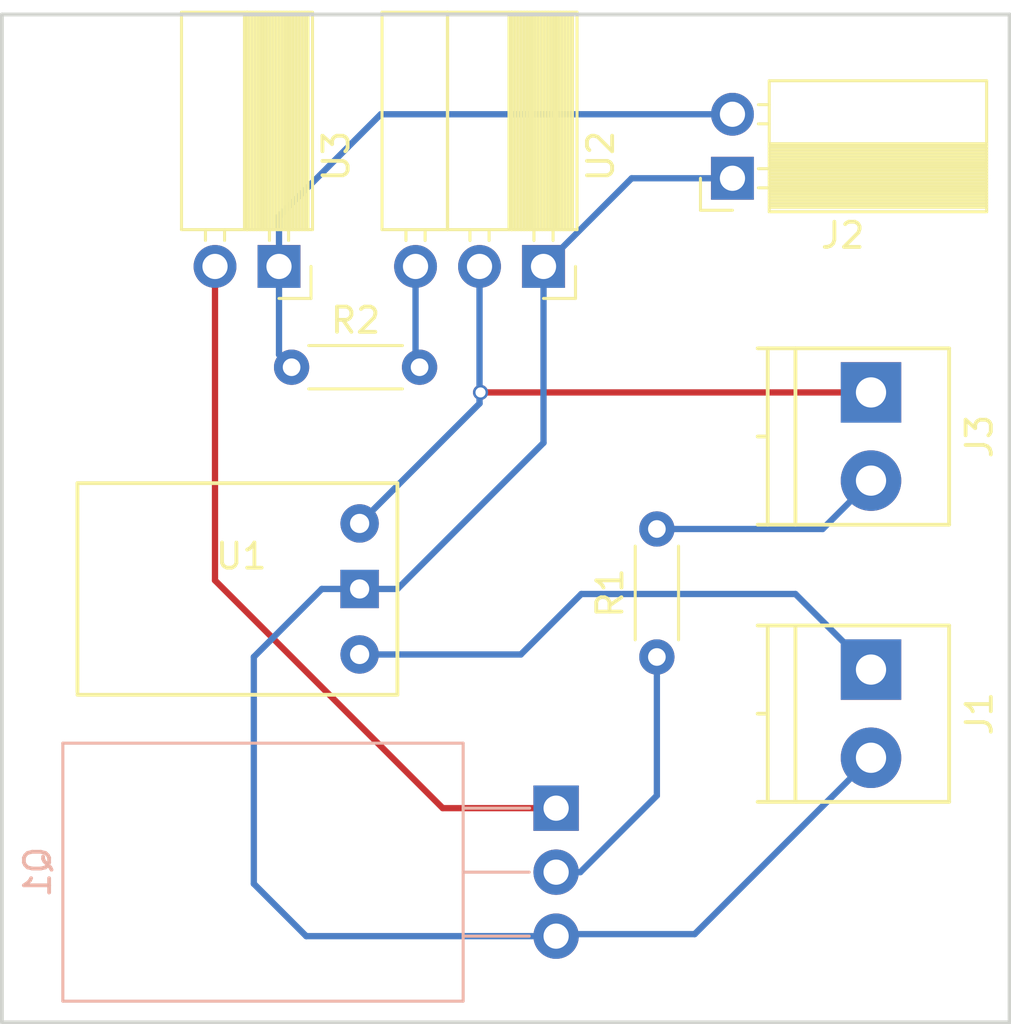
<source format=kicad_pcb>
(kicad_pcb (version 4) (host pcbnew 4.0.7)

  (general
    (links 13)
    (no_connects 0)
    (area 89.924999 84.224999 130.075001 125.075001)
    (thickness 1.6)
    (drawings 4)
    (tracks 38)
    (zones 0)
    (modules 9)
    (nets 9)
  )

  (page A4)
  (layers
    (0 F.Cu signal)
    (31 B.Cu signal)
    (32 B.Adhes user)
    (33 F.Adhes user)
    (34 B.Paste user)
    (35 F.Paste user)
    (36 B.SilkS user)
    (37 F.SilkS user)
    (38 B.Mask user)
    (39 F.Mask user)
    (40 Dwgs.User user)
    (41 Cmts.User user)
    (42 Eco1.User user)
    (43 Eco2.User user)
    (44 Edge.Cuts user)
    (45 Margin user)
    (46 B.CrtYd user)
    (47 F.CrtYd user)
    (48 B.Fab user)
    (49 F.Fab user)
  )

  (setup
    (last_trace_width 0.25)
    (trace_clearance 0.2)
    (zone_clearance 0.508)
    (zone_45_only no)
    (trace_min 0.2)
    (segment_width 0.2)
    (edge_width 0.15)
    (via_size 0.6)
    (via_drill 0.4)
    (via_min_size 0.4)
    (via_min_drill 0.3)
    (uvia_size 0.3)
    (uvia_drill 0.1)
    (uvias_allowed no)
    (uvia_min_size 0.2)
    (uvia_min_drill 0.1)
    (pcb_text_width 0.3)
    (pcb_text_size 1.5 1.5)
    (mod_edge_width 0.15)
    (mod_text_size 1 1)
    (mod_text_width 0.15)
    (pad_size 1.524 1.524)
    (pad_drill 0.762)
    (pad_to_mask_clearance 0.2)
    (aux_axis_origin 0 0)
    (visible_elements FFFFFF7F)
    (pcbplotparams
      (layerselection 0x00030_80000001)
      (usegerberextensions false)
      (excludeedgelayer true)
      (linewidth 0.100000)
      (plotframeref false)
      (viasonmask false)
      (mode 1)
      (useauxorigin false)
      (hpglpennumber 1)
      (hpglpenspeed 20)
      (hpglpendiameter 15)
      (hpglpenoverlay 2)
      (psnegative false)
      (psa4output false)
      (plotreference true)
      (plotvalue true)
      (plotinvisibletext false)
      (padsonsilk false)
      (subtractmaskfromsilk false)
      (outputformat 1)
      (mirror false)
      (drillshape 1)
      (scaleselection 1)
      (outputdirectory ""))
  )

  (net 0 "")
  (net 1 "Net-(J1-Pad2)")
  (net 2 "Net-(J1-Pad1)")
  (net 3 "Net-(J2-Pad2)")
  (net 4 "Net-(J3-Pad1)")
  (net 5 "Net-(J3-Pad2)")
  (net 6 "Net-(R2-Pad2)")
  (net 7 "Net-(Q1-Pad1)")
  (net 8 "Net-(Q1-Pad2)")

  (net_class Default "This is the default net class."
    (clearance 0.2)
    (trace_width 0.25)
    (via_dia 0.6)
    (via_drill 0.4)
    (uvia_dia 0.3)
    (uvia_drill 0.1)
    (add_net "Net-(J1-Pad1)")
    (add_net "Net-(J1-Pad2)")
    (add_net "Net-(J2-Pad2)")
    (add_net "Net-(J3-Pad1)")
    (add_net "Net-(J3-Pad2)")
    (add_net "Net-(Q1-Pad1)")
    (add_net "Net-(Q1-Pad2)")
    (add_net "Net-(R2-Pad2)")
  )

  (module TerminalBlocks_Phoenix:TerminalBlock_Phoenix_PT-3.5mm_2pol (layer F.Cu) (tedit 5A48D2B8) (tstamp 5A48CEFD)
    (at 124.5 111 270)
    (descr "2-way 3.5mm pitch terminal block, Phoenix PT series")
    (path /5A48C22A)
    (fp_text reference J1 (at 1.75 -4.3 270) (layer F.SilkS)
      (effects (font (size 1 1) (thickness 0.15)))
    )
    (fp_text value BATTERY (at 1.75 6 270) (layer F.Fab)
      (effects (font (size 1 1) (thickness 0.15)))
    )
    (fp_text user %R (at 1.75 0 270) (layer F.Fab)
      (effects (font (size 1 1) (thickness 0.15)))
    )
    (fp_line (start -1.9 -3.3) (end 5.4 -3.3) (layer F.CrtYd) (width 0.05))
    (fp_line (start -1.9 4.7) (end -1.9 -3.3) (layer F.CrtYd) (width 0.05))
    (fp_line (start 5.4 4.7) (end -1.9 4.7) (layer F.CrtYd) (width 0.05))
    (fp_line (start 5.4 -3.3) (end 5.4 4.7) (layer F.CrtYd) (width 0.05))
    (fp_line (start 1.75 4.1) (end 1.75 4.5) (layer F.SilkS) (width 0.15))
    (fp_line (start -1.75 3) (end 5.25 3) (layer F.SilkS) (width 0.15))
    (fp_line (start -1.75 4.1) (end 5.25 4.1) (layer F.SilkS) (width 0.15))
    (fp_line (start -1.75 -3.1) (end -1.75 4.5) (layer F.SilkS) (width 0.15))
    (fp_line (start 5.25 4.5) (end 5.25 -3.1) (layer F.SilkS) (width 0.15))
    (fp_line (start 5.25 -3.1) (end -1.75 -3.1) (layer F.SilkS) (width 0.15))
    (pad 2 thru_hole circle (at 3.5 0 270) (size 2.4 2.4) (drill 1.2) (layers *.Cu *.Mask)
      (net 1 "Net-(J1-Pad2)"))
    (pad 1 thru_hole rect (at 0 0 270) (size 2.4 2.4) (drill 1.2) (layers *.Cu *.Mask)
      (net 2 "Net-(J1-Pad1)"))
    (model ${KISYS3DMOD}/TerminalBlock_Phoenix.3dshapes/TerminalBlock_Phoenix_PT-3.5mm_2pol.wrl
      (at (xyz 0 0 0))
      (scale (xyz 1 1 1))
      (rotate (xyz 0 0 0))
    )
  )

  (module Socket_Strips:Socket_Strip_Angled_1x02_Pitch2.54mm (layer F.Cu) (tedit 58CD5446) (tstamp 5A48CF3C)
    (at 119 91.5 180)
    (descr "Through hole angled socket strip, 1x02, 2.54mm pitch, 8.51mm socket length, single row")
    (tags "Through hole angled socket strip THT 1x02 2.54mm single row")
    (path /5A48CCAB)
    (fp_text reference J2 (at -4.38 -2.27 180) (layer F.SilkS)
      (effects (font (size 1 1) (thickness 0.15)))
    )
    (fp_text value BUTTON (at -4.38 4.81 180) (layer F.Fab)
      (effects (font (size 1 1) (thickness 0.15)))
    )
    (fp_line (start -1.52 -1.27) (end -1.52 1.27) (layer F.Fab) (width 0.1))
    (fp_line (start -1.52 1.27) (end -10.03 1.27) (layer F.Fab) (width 0.1))
    (fp_line (start -10.03 1.27) (end -10.03 -1.27) (layer F.Fab) (width 0.1))
    (fp_line (start -10.03 -1.27) (end -1.52 -1.27) (layer F.Fab) (width 0.1))
    (fp_line (start 0 -0.32) (end 0 0.32) (layer F.Fab) (width 0.1))
    (fp_line (start 0 0.32) (end -1.52 0.32) (layer F.Fab) (width 0.1))
    (fp_line (start -1.52 0.32) (end -1.52 -0.32) (layer F.Fab) (width 0.1))
    (fp_line (start -1.52 -0.32) (end 0 -0.32) (layer F.Fab) (width 0.1))
    (fp_line (start -1.52 1.27) (end -1.52 3.81) (layer F.Fab) (width 0.1))
    (fp_line (start -1.52 3.81) (end -10.03 3.81) (layer F.Fab) (width 0.1))
    (fp_line (start -10.03 3.81) (end -10.03 1.27) (layer F.Fab) (width 0.1))
    (fp_line (start -10.03 1.27) (end -1.52 1.27) (layer F.Fab) (width 0.1))
    (fp_line (start 0 2.22) (end 0 2.86) (layer F.Fab) (width 0.1))
    (fp_line (start 0 2.86) (end -1.52 2.86) (layer F.Fab) (width 0.1))
    (fp_line (start -1.52 2.86) (end -1.52 2.22) (layer F.Fab) (width 0.1))
    (fp_line (start -1.52 2.22) (end 0 2.22) (layer F.Fab) (width 0.1))
    (fp_line (start -1.46 -1.33) (end -1.46 1.27) (layer F.SilkS) (width 0.12))
    (fp_line (start -1.46 1.27) (end -10.09 1.27) (layer F.SilkS) (width 0.12))
    (fp_line (start -10.09 1.27) (end -10.09 -1.33) (layer F.SilkS) (width 0.12))
    (fp_line (start -10.09 -1.33) (end -1.46 -1.33) (layer F.SilkS) (width 0.12))
    (fp_line (start -1.03 -0.38) (end -1.46 -0.38) (layer F.SilkS) (width 0.12))
    (fp_line (start -1.03 0.38) (end -1.46 0.38) (layer F.SilkS) (width 0.12))
    (fp_line (start -1.46 -1.15) (end -10.09 -1.15) (layer F.SilkS) (width 0.12))
    (fp_line (start -1.46 -1.03) (end -10.09 -1.03) (layer F.SilkS) (width 0.12))
    (fp_line (start -1.46 -0.91) (end -10.09 -0.91) (layer F.SilkS) (width 0.12))
    (fp_line (start -1.46 -0.79) (end -10.09 -0.79) (layer F.SilkS) (width 0.12))
    (fp_line (start -1.46 -0.67) (end -10.09 -0.67) (layer F.SilkS) (width 0.12))
    (fp_line (start -1.46 -0.55) (end -10.09 -0.55) (layer F.SilkS) (width 0.12))
    (fp_line (start -1.46 -0.43) (end -10.09 -0.43) (layer F.SilkS) (width 0.12))
    (fp_line (start -1.46 -0.31) (end -10.09 -0.31) (layer F.SilkS) (width 0.12))
    (fp_line (start -1.46 -0.19) (end -10.09 -0.19) (layer F.SilkS) (width 0.12))
    (fp_line (start -1.46 -0.07) (end -10.09 -0.07) (layer F.SilkS) (width 0.12))
    (fp_line (start -1.46 0.05) (end -10.09 0.05) (layer F.SilkS) (width 0.12))
    (fp_line (start -1.46 0.17) (end -10.09 0.17) (layer F.SilkS) (width 0.12))
    (fp_line (start -1.46 0.29) (end -10.09 0.29) (layer F.SilkS) (width 0.12))
    (fp_line (start -1.46 0.41) (end -10.09 0.41) (layer F.SilkS) (width 0.12))
    (fp_line (start -1.46 0.53) (end -10.09 0.53) (layer F.SilkS) (width 0.12))
    (fp_line (start -1.46 0.65) (end -10.09 0.65) (layer F.SilkS) (width 0.12))
    (fp_line (start -1.46 0.77) (end -10.09 0.77) (layer F.SilkS) (width 0.12))
    (fp_line (start -1.46 0.89) (end -10.09 0.89) (layer F.SilkS) (width 0.12))
    (fp_line (start -1.46 1.01) (end -10.09 1.01) (layer F.SilkS) (width 0.12))
    (fp_line (start -1.46 1.13) (end -10.09 1.13) (layer F.SilkS) (width 0.12))
    (fp_line (start -1.46 1.25) (end -10.09 1.25) (layer F.SilkS) (width 0.12))
    (fp_line (start -1.46 1.37) (end -10.09 1.37) (layer F.SilkS) (width 0.12))
    (fp_line (start -1.46 1.27) (end -1.46 3.87) (layer F.SilkS) (width 0.12))
    (fp_line (start -1.46 3.87) (end -10.09 3.87) (layer F.SilkS) (width 0.12))
    (fp_line (start -10.09 3.87) (end -10.09 1.27) (layer F.SilkS) (width 0.12))
    (fp_line (start -10.09 1.27) (end -1.46 1.27) (layer F.SilkS) (width 0.12))
    (fp_line (start -1.03 2.16) (end -1.46 2.16) (layer F.SilkS) (width 0.12))
    (fp_line (start -1.03 2.92) (end -1.46 2.92) (layer F.SilkS) (width 0.12))
    (fp_line (start 0 -1.27) (end 1.27 -1.27) (layer F.SilkS) (width 0.12))
    (fp_line (start 1.27 -1.27) (end 1.27 0) (layer F.SilkS) (width 0.12))
    (fp_line (start 1.8 -1.8) (end 1.8 4.35) (layer F.CrtYd) (width 0.05))
    (fp_line (start 1.8 4.35) (end -10.55 4.35) (layer F.CrtYd) (width 0.05))
    (fp_line (start -10.55 4.35) (end -10.55 -1.8) (layer F.CrtYd) (width 0.05))
    (fp_line (start -10.55 -1.8) (end 1.8 -1.8) (layer F.CrtYd) (width 0.05))
    (fp_text user %R (at -4.38 -2.27 180) (layer F.Fab)
      (effects (font (size 1 1) (thickness 0.15)))
    )
    (pad 1 thru_hole rect (at 0 0 180) (size 1.7 1.7) (drill 1) (layers *.Cu *.Mask)
      (net 1 "Net-(J1-Pad2)"))
    (pad 2 thru_hole oval (at 0 2.54 180) (size 1.7 1.7) (drill 1) (layers *.Cu *.Mask)
      (net 3 "Net-(J2-Pad2)"))
    (model ${KISYS3DMOD}/Socket_Strips.3dshapes/Socket_Strip_Angled_1x02_Pitch2.54mm.wrl
      (at (xyz 0 -0.05 0))
      (scale (xyz 1 1 1))
      (rotate (xyz 0 0 270))
    )
  )

  (module TerminalBlocks_Phoenix:TerminalBlock_Phoenix_PT-3.5mm_2pol (layer F.Cu) (tedit 59FF0756) (tstamp 5A48CF4D)
    (at 124.5 100 270)
    (descr "2-way 3.5mm pitch terminal block, Phoenix PT series")
    (path /5A48D593)
    (fp_text reference J3 (at 1.75 -4.3 270) (layer F.SilkS)
      (effects (font (size 1 1) (thickness 0.15)))
    )
    (fp_text value LED (at 1.75 6 270) (layer F.Fab)
      (effects (font (size 1 1) (thickness 0.15)))
    )
    (fp_text user %R (at 1.75 0 270) (layer F.Fab)
      (effects (font (size 1 1) (thickness 0.15)))
    )
    (fp_line (start -1.9 -3.3) (end 5.4 -3.3) (layer F.CrtYd) (width 0.05))
    (fp_line (start -1.9 4.7) (end -1.9 -3.3) (layer F.CrtYd) (width 0.05))
    (fp_line (start 5.4 4.7) (end -1.9 4.7) (layer F.CrtYd) (width 0.05))
    (fp_line (start 5.4 -3.3) (end 5.4 4.7) (layer F.CrtYd) (width 0.05))
    (fp_line (start 1.75 4.1) (end 1.75 4.5) (layer F.SilkS) (width 0.15))
    (fp_line (start -1.75 3) (end 5.25 3) (layer F.SilkS) (width 0.15))
    (fp_line (start -1.75 4.1) (end 5.25 4.1) (layer F.SilkS) (width 0.15))
    (fp_line (start -1.75 -3.1) (end -1.75 4.5) (layer F.SilkS) (width 0.15))
    (fp_line (start 5.25 4.5) (end 5.25 -3.1) (layer F.SilkS) (width 0.15))
    (fp_line (start 5.25 -3.1) (end -1.75 -3.1) (layer F.SilkS) (width 0.15))
    (pad 2 thru_hole circle (at 3.5 0 270) (size 2.4 2.4) (drill 1.2) (layers *.Cu *.Mask)
      (net 5 "Net-(J3-Pad2)"))
    (pad 1 thru_hole rect (at 0 0 270) (size 2.4 2.4) (drill 1.2) (layers *.Cu *.Mask)
      (net 4 "Net-(J3-Pad1)"))
    (model ${KISYS3DMOD}/TerminalBlock_Phoenix.3dshapes/TerminalBlock_Phoenix_PT-3.5mm_2pol.wrl
      (at (xyz 0 0 0))
      (scale (xyz 1 1 1))
      (rotate (xyz 0 0 0))
    )
  )

  (module ncp1402:NCP1402 (layer F.Cu) (tedit 5A1737FC) (tstamp 5A48CF58)
    (at 93 112)
    (path /5A48C705)
    (fp_text reference U1 (at 6.5 -5.5) (layer F.SilkS)
      (effects (font (size 1 1) (thickness 0.15)))
    )
    (fp_text value U3V12F9 (at 5.3 -7) (layer F.Fab)
      (effects (font (size 1 1) (thickness 0.15)))
    )
    (fp_line (start 0 0) (end 12.7 0) (layer F.SilkS) (width 0.15))
    (fp_line (start 12.7 0) (end 12.7 -8.4) (layer F.SilkS) (width 0.15))
    (fp_line (start 12.7 -8.4) (end 0 -8.4) (layer F.SilkS) (width 0.15))
    (fp_line (start 0 -8.4) (end 0 -0.1) (layer F.SilkS) (width 0.15))
    (pad 1 thru_hole circle (at 11.2 -1.6) (size 1.524 1.524) (drill 0.762) (layers *.Cu *.Mask)
      (net 2 "Net-(J1-Pad1)"))
    (pad 2 thru_hole rect (at 11.2 -4.2) (size 1.524 1.524) (drill 0.762) (layers *.Cu *.Mask)
      (net 1 "Net-(J1-Pad2)"))
    (pad 3 thru_hole circle (at 11.2 -6.8) (size 1.524 1.524) (drill 0.762) (layers *.Cu *.Mask)
      (net 4 "Net-(J3-Pad1)"))
  )

  (module Socket_Strips:Socket_Strip_Angled_1x03_Pitch2.54mm (layer F.Cu) (tedit 58CD5446) (tstamp 5A48CFA6)
    (at 111.5 95 270)
    (descr "Through hole angled socket strip, 1x03, 2.54mm pitch, 8.51mm socket length, single row")
    (tags "Through hole angled socket strip THT 1x03 2.54mm single row")
    (path /5A48CED3)
    (fp_text reference U2 (at -4.38 -2.27 270) (layer F.SilkS)
      (effects (font (size 1 1) (thickness 0.15)))
    )
    (fp_text value ESP32_PWR (at -4.38 7.35 270) (layer F.Fab)
      (effects (font (size 1 1) (thickness 0.15)))
    )
    (fp_line (start -1.52 -1.27) (end -1.52 1.27) (layer F.Fab) (width 0.1))
    (fp_line (start -1.52 1.27) (end -10.03 1.27) (layer F.Fab) (width 0.1))
    (fp_line (start -10.03 1.27) (end -10.03 -1.27) (layer F.Fab) (width 0.1))
    (fp_line (start -10.03 -1.27) (end -1.52 -1.27) (layer F.Fab) (width 0.1))
    (fp_line (start 0 -0.32) (end 0 0.32) (layer F.Fab) (width 0.1))
    (fp_line (start 0 0.32) (end -1.52 0.32) (layer F.Fab) (width 0.1))
    (fp_line (start -1.52 0.32) (end -1.52 -0.32) (layer F.Fab) (width 0.1))
    (fp_line (start -1.52 -0.32) (end 0 -0.32) (layer F.Fab) (width 0.1))
    (fp_line (start -1.52 1.27) (end -1.52 3.81) (layer F.Fab) (width 0.1))
    (fp_line (start -1.52 3.81) (end -10.03 3.81) (layer F.Fab) (width 0.1))
    (fp_line (start -10.03 3.81) (end -10.03 1.27) (layer F.Fab) (width 0.1))
    (fp_line (start -10.03 1.27) (end -1.52 1.27) (layer F.Fab) (width 0.1))
    (fp_line (start 0 2.22) (end 0 2.86) (layer F.Fab) (width 0.1))
    (fp_line (start 0 2.86) (end -1.52 2.86) (layer F.Fab) (width 0.1))
    (fp_line (start -1.52 2.86) (end -1.52 2.22) (layer F.Fab) (width 0.1))
    (fp_line (start -1.52 2.22) (end 0 2.22) (layer F.Fab) (width 0.1))
    (fp_line (start -1.52 3.81) (end -1.52 6.35) (layer F.Fab) (width 0.1))
    (fp_line (start -1.52 6.35) (end -10.03 6.35) (layer F.Fab) (width 0.1))
    (fp_line (start -10.03 6.35) (end -10.03 3.81) (layer F.Fab) (width 0.1))
    (fp_line (start -10.03 3.81) (end -1.52 3.81) (layer F.Fab) (width 0.1))
    (fp_line (start 0 4.76) (end 0 5.4) (layer F.Fab) (width 0.1))
    (fp_line (start 0 5.4) (end -1.52 5.4) (layer F.Fab) (width 0.1))
    (fp_line (start -1.52 5.4) (end -1.52 4.76) (layer F.Fab) (width 0.1))
    (fp_line (start -1.52 4.76) (end 0 4.76) (layer F.Fab) (width 0.1))
    (fp_line (start -1.46 -1.33) (end -1.46 1.27) (layer F.SilkS) (width 0.12))
    (fp_line (start -1.46 1.27) (end -10.09 1.27) (layer F.SilkS) (width 0.12))
    (fp_line (start -10.09 1.27) (end -10.09 -1.33) (layer F.SilkS) (width 0.12))
    (fp_line (start -10.09 -1.33) (end -1.46 -1.33) (layer F.SilkS) (width 0.12))
    (fp_line (start -1.03 -0.38) (end -1.46 -0.38) (layer F.SilkS) (width 0.12))
    (fp_line (start -1.03 0.38) (end -1.46 0.38) (layer F.SilkS) (width 0.12))
    (fp_line (start -1.46 -1.15) (end -10.09 -1.15) (layer F.SilkS) (width 0.12))
    (fp_line (start -1.46 -1.03) (end -10.09 -1.03) (layer F.SilkS) (width 0.12))
    (fp_line (start -1.46 -0.91) (end -10.09 -0.91) (layer F.SilkS) (width 0.12))
    (fp_line (start -1.46 -0.79) (end -10.09 -0.79) (layer F.SilkS) (width 0.12))
    (fp_line (start -1.46 -0.67) (end -10.09 -0.67) (layer F.SilkS) (width 0.12))
    (fp_line (start -1.46 -0.55) (end -10.09 -0.55) (layer F.SilkS) (width 0.12))
    (fp_line (start -1.46 -0.43) (end -10.09 -0.43) (layer F.SilkS) (width 0.12))
    (fp_line (start -1.46 -0.31) (end -10.09 -0.31) (layer F.SilkS) (width 0.12))
    (fp_line (start -1.46 -0.19) (end -10.09 -0.19) (layer F.SilkS) (width 0.12))
    (fp_line (start -1.46 -0.07) (end -10.09 -0.07) (layer F.SilkS) (width 0.12))
    (fp_line (start -1.46 0.05) (end -10.09 0.05) (layer F.SilkS) (width 0.12))
    (fp_line (start -1.46 0.17) (end -10.09 0.17) (layer F.SilkS) (width 0.12))
    (fp_line (start -1.46 0.29) (end -10.09 0.29) (layer F.SilkS) (width 0.12))
    (fp_line (start -1.46 0.41) (end -10.09 0.41) (layer F.SilkS) (width 0.12))
    (fp_line (start -1.46 0.53) (end -10.09 0.53) (layer F.SilkS) (width 0.12))
    (fp_line (start -1.46 0.65) (end -10.09 0.65) (layer F.SilkS) (width 0.12))
    (fp_line (start -1.46 0.77) (end -10.09 0.77) (layer F.SilkS) (width 0.12))
    (fp_line (start -1.46 0.89) (end -10.09 0.89) (layer F.SilkS) (width 0.12))
    (fp_line (start -1.46 1.01) (end -10.09 1.01) (layer F.SilkS) (width 0.12))
    (fp_line (start -1.46 1.13) (end -10.09 1.13) (layer F.SilkS) (width 0.12))
    (fp_line (start -1.46 1.25) (end -10.09 1.25) (layer F.SilkS) (width 0.12))
    (fp_line (start -1.46 1.37) (end -10.09 1.37) (layer F.SilkS) (width 0.12))
    (fp_line (start -1.46 1.27) (end -1.46 3.81) (layer F.SilkS) (width 0.12))
    (fp_line (start -1.46 3.81) (end -10.09 3.81) (layer F.SilkS) (width 0.12))
    (fp_line (start -10.09 3.81) (end -10.09 1.27) (layer F.SilkS) (width 0.12))
    (fp_line (start -10.09 1.27) (end -1.46 1.27) (layer F.SilkS) (width 0.12))
    (fp_line (start -1.03 2.16) (end -1.46 2.16) (layer F.SilkS) (width 0.12))
    (fp_line (start -1.03 2.92) (end -1.46 2.92) (layer F.SilkS) (width 0.12))
    (fp_line (start -1.46 3.81) (end -1.46 6.41) (layer F.SilkS) (width 0.12))
    (fp_line (start -1.46 6.41) (end -10.09 6.41) (layer F.SilkS) (width 0.12))
    (fp_line (start -10.09 6.41) (end -10.09 3.81) (layer F.SilkS) (width 0.12))
    (fp_line (start -10.09 3.81) (end -1.46 3.81) (layer F.SilkS) (width 0.12))
    (fp_line (start -1.03 4.7) (end -1.46 4.7) (layer F.SilkS) (width 0.12))
    (fp_line (start -1.03 5.46) (end -1.46 5.46) (layer F.SilkS) (width 0.12))
    (fp_line (start 0 -1.27) (end 1.27 -1.27) (layer F.SilkS) (width 0.12))
    (fp_line (start 1.27 -1.27) (end 1.27 0) (layer F.SilkS) (width 0.12))
    (fp_line (start 1.8 -1.8) (end 1.8 6.85) (layer F.CrtYd) (width 0.05))
    (fp_line (start 1.8 6.85) (end -10.55 6.85) (layer F.CrtYd) (width 0.05))
    (fp_line (start -10.55 6.85) (end -10.55 -1.8) (layer F.CrtYd) (width 0.05))
    (fp_line (start -10.55 -1.8) (end 1.8 -1.8) (layer F.CrtYd) (width 0.05))
    (fp_text user %R (at -4.38 -2.27 270) (layer F.Fab)
      (effects (font (size 1 1) (thickness 0.15)))
    )
    (pad 1 thru_hole rect (at 0 0 270) (size 1.7 1.7) (drill 1) (layers *.Cu *.Mask)
      (net 1 "Net-(J1-Pad2)"))
    (pad 2 thru_hole oval (at 0 2.54 270) (size 1.7 1.7) (drill 1) (layers *.Cu *.Mask)
      (net 4 "Net-(J3-Pad1)"))
    (pad 3 thru_hole oval (at 0 5.08 270) (size 1.7 1.7) (drill 1) (layers *.Cu *.Mask)
      (net 6 "Net-(R2-Pad2)"))
    (model ${KISYS3DMOD}/Socket_Strips.3dshapes/Socket_Strip_Angled_1x03_Pitch2.54mm.wrl
      (at (xyz 0 -0.1 0))
      (scale (xyz 1 1 1))
      (rotate (xyz 0 0 270))
    )
  )

  (module Socket_Strips:Socket_Strip_Angled_1x02_Pitch2.54mm (layer F.Cu) (tedit 58CD5446) (tstamp 5A48CFE5)
    (at 101 95 270)
    (descr "Through hole angled socket strip, 1x02, 2.54mm pitch, 8.51mm socket length, single row")
    (tags "Through hole angled socket strip THT 1x02 2.54mm single row")
    (path /5A48CF66)
    (fp_text reference U3 (at -4.38 -2.27 270) (layer F.SilkS)
      (effects (font (size 1 1) (thickness 0.15)))
    )
    (fp_text value ESP32_DATA (at -4.38 4.81 270) (layer F.Fab)
      (effects (font (size 1 1) (thickness 0.15)))
    )
    (fp_line (start -1.52 -1.27) (end -1.52 1.27) (layer F.Fab) (width 0.1))
    (fp_line (start -1.52 1.27) (end -10.03 1.27) (layer F.Fab) (width 0.1))
    (fp_line (start -10.03 1.27) (end -10.03 -1.27) (layer F.Fab) (width 0.1))
    (fp_line (start -10.03 -1.27) (end -1.52 -1.27) (layer F.Fab) (width 0.1))
    (fp_line (start 0 -0.32) (end 0 0.32) (layer F.Fab) (width 0.1))
    (fp_line (start 0 0.32) (end -1.52 0.32) (layer F.Fab) (width 0.1))
    (fp_line (start -1.52 0.32) (end -1.52 -0.32) (layer F.Fab) (width 0.1))
    (fp_line (start -1.52 -0.32) (end 0 -0.32) (layer F.Fab) (width 0.1))
    (fp_line (start -1.52 1.27) (end -1.52 3.81) (layer F.Fab) (width 0.1))
    (fp_line (start -1.52 3.81) (end -10.03 3.81) (layer F.Fab) (width 0.1))
    (fp_line (start -10.03 3.81) (end -10.03 1.27) (layer F.Fab) (width 0.1))
    (fp_line (start -10.03 1.27) (end -1.52 1.27) (layer F.Fab) (width 0.1))
    (fp_line (start 0 2.22) (end 0 2.86) (layer F.Fab) (width 0.1))
    (fp_line (start 0 2.86) (end -1.52 2.86) (layer F.Fab) (width 0.1))
    (fp_line (start -1.52 2.86) (end -1.52 2.22) (layer F.Fab) (width 0.1))
    (fp_line (start -1.52 2.22) (end 0 2.22) (layer F.Fab) (width 0.1))
    (fp_line (start -1.46 -1.33) (end -1.46 1.27) (layer F.SilkS) (width 0.12))
    (fp_line (start -1.46 1.27) (end -10.09 1.27) (layer F.SilkS) (width 0.12))
    (fp_line (start -10.09 1.27) (end -10.09 -1.33) (layer F.SilkS) (width 0.12))
    (fp_line (start -10.09 -1.33) (end -1.46 -1.33) (layer F.SilkS) (width 0.12))
    (fp_line (start -1.03 -0.38) (end -1.46 -0.38) (layer F.SilkS) (width 0.12))
    (fp_line (start -1.03 0.38) (end -1.46 0.38) (layer F.SilkS) (width 0.12))
    (fp_line (start -1.46 -1.15) (end -10.09 -1.15) (layer F.SilkS) (width 0.12))
    (fp_line (start -1.46 -1.03) (end -10.09 -1.03) (layer F.SilkS) (width 0.12))
    (fp_line (start -1.46 -0.91) (end -10.09 -0.91) (layer F.SilkS) (width 0.12))
    (fp_line (start -1.46 -0.79) (end -10.09 -0.79) (layer F.SilkS) (width 0.12))
    (fp_line (start -1.46 -0.67) (end -10.09 -0.67) (layer F.SilkS) (width 0.12))
    (fp_line (start -1.46 -0.55) (end -10.09 -0.55) (layer F.SilkS) (width 0.12))
    (fp_line (start -1.46 -0.43) (end -10.09 -0.43) (layer F.SilkS) (width 0.12))
    (fp_line (start -1.46 -0.31) (end -10.09 -0.31) (layer F.SilkS) (width 0.12))
    (fp_line (start -1.46 -0.19) (end -10.09 -0.19) (layer F.SilkS) (width 0.12))
    (fp_line (start -1.46 -0.07) (end -10.09 -0.07) (layer F.SilkS) (width 0.12))
    (fp_line (start -1.46 0.05) (end -10.09 0.05) (layer F.SilkS) (width 0.12))
    (fp_line (start -1.46 0.17) (end -10.09 0.17) (layer F.SilkS) (width 0.12))
    (fp_line (start -1.46 0.29) (end -10.09 0.29) (layer F.SilkS) (width 0.12))
    (fp_line (start -1.46 0.41) (end -10.09 0.41) (layer F.SilkS) (width 0.12))
    (fp_line (start -1.46 0.53) (end -10.09 0.53) (layer F.SilkS) (width 0.12))
    (fp_line (start -1.46 0.65) (end -10.09 0.65) (layer F.SilkS) (width 0.12))
    (fp_line (start -1.46 0.77) (end -10.09 0.77) (layer F.SilkS) (width 0.12))
    (fp_line (start -1.46 0.89) (end -10.09 0.89) (layer F.SilkS) (width 0.12))
    (fp_line (start -1.46 1.01) (end -10.09 1.01) (layer F.SilkS) (width 0.12))
    (fp_line (start -1.46 1.13) (end -10.09 1.13) (layer F.SilkS) (width 0.12))
    (fp_line (start -1.46 1.25) (end -10.09 1.25) (layer F.SilkS) (width 0.12))
    (fp_line (start -1.46 1.37) (end -10.09 1.37) (layer F.SilkS) (width 0.12))
    (fp_line (start -1.46 1.27) (end -1.46 3.87) (layer F.SilkS) (width 0.12))
    (fp_line (start -1.46 3.87) (end -10.09 3.87) (layer F.SilkS) (width 0.12))
    (fp_line (start -10.09 3.87) (end -10.09 1.27) (layer F.SilkS) (width 0.12))
    (fp_line (start -10.09 1.27) (end -1.46 1.27) (layer F.SilkS) (width 0.12))
    (fp_line (start -1.03 2.16) (end -1.46 2.16) (layer F.SilkS) (width 0.12))
    (fp_line (start -1.03 2.92) (end -1.46 2.92) (layer F.SilkS) (width 0.12))
    (fp_line (start 0 -1.27) (end 1.27 -1.27) (layer F.SilkS) (width 0.12))
    (fp_line (start 1.27 -1.27) (end 1.27 0) (layer F.SilkS) (width 0.12))
    (fp_line (start 1.8 -1.8) (end 1.8 4.35) (layer F.CrtYd) (width 0.05))
    (fp_line (start 1.8 4.35) (end -10.55 4.35) (layer F.CrtYd) (width 0.05))
    (fp_line (start -10.55 4.35) (end -10.55 -1.8) (layer F.CrtYd) (width 0.05))
    (fp_line (start -10.55 -1.8) (end 1.8 -1.8) (layer F.CrtYd) (width 0.05))
    (fp_text user %R (at -4.38 -2.27 270) (layer F.Fab)
      (effects (font (size 1 1) (thickness 0.15)))
    )
    (pad 1 thru_hole rect (at 0 0 270) (size 1.7 1.7) (drill 1) (layers *.Cu *.Mask)
      (net 3 "Net-(J2-Pad2)"))
    (pad 2 thru_hole oval (at 0 2.54 270) (size 1.7 1.7) (drill 1) (layers *.Cu *.Mask)
      (net 7 "Net-(Q1-Pad1)"))
    (model ${KISYS3DMOD}/Socket_Strips.3dshapes/Socket_Strip_Angled_1x02_Pitch2.54mm.wrl
      (at (xyz 0 -0.05 0))
      (scale (xyz 1 1 1))
      (rotate (xyz 0 0 270))
    )
  )

  (module Resistors_THT:R_Axial_DIN0204_L3.6mm_D1.6mm_P5.08mm_Horizontal (layer F.Cu) (tedit 5874F706) (tstamp 5A48D104)
    (at 116 110.5 90)
    (descr "Resistor, Axial_DIN0204 series, Axial, Horizontal, pin pitch=5.08mm, 0.16666666666666666W = 1/6W, length*diameter=3.6*1.6mm^2, http://cdn-reichelt.de/documents/datenblatt/B400/1_4W%23YAG.pdf")
    (tags "Resistor Axial_DIN0204 series Axial Horizontal pin pitch 5.08mm 0.16666666666666666W = 1/6W length 3.6mm diameter 1.6mm")
    (path /5A48D3DB)
    (fp_text reference R1 (at 2.54 -1.86 90) (layer F.SilkS)
      (effects (font (size 1 1) (thickness 0.15)))
    )
    (fp_text value R_LED (at 2.54 1.86 90) (layer F.Fab)
      (effects (font (size 1 1) (thickness 0.15)))
    )
    (fp_line (start 0.74 -0.8) (end 0.74 0.8) (layer F.Fab) (width 0.1))
    (fp_line (start 0.74 0.8) (end 4.34 0.8) (layer F.Fab) (width 0.1))
    (fp_line (start 4.34 0.8) (end 4.34 -0.8) (layer F.Fab) (width 0.1))
    (fp_line (start 4.34 -0.8) (end 0.74 -0.8) (layer F.Fab) (width 0.1))
    (fp_line (start 0 0) (end 0.74 0) (layer F.Fab) (width 0.1))
    (fp_line (start 5.08 0) (end 4.34 0) (layer F.Fab) (width 0.1))
    (fp_line (start 0.68 -0.86) (end 4.4 -0.86) (layer F.SilkS) (width 0.12))
    (fp_line (start 0.68 0.86) (end 4.4 0.86) (layer F.SilkS) (width 0.12))
    (fp_line (start -0.95 -1.15) (end -0.95 1.15) (layer F.CrtYd) (width 0.05))
    (fp_line (start -0.95 1.15) (end 6.05 1.15) (layer F.CrtYd) (width 0.05))
    (fp_line (start 6.05 1.15) (end 6.05 -1.15) (layer F.CrtYd) (width 0.05))
    (fp_line (start 6.05 -1.15) (end -0.95 -1.15) (layer F.CrtYd) (width 0.05))
    (pad 1 thru_hole circle (at 0 0 90) (size 1.4 1.4) (drill 0.7) (layers *.Cu *.Mask)
      (net 8 "Net-(Q1-Pad2)"))
    (pad 2 thru_hole oval (at 5.08 0 90) (size 1.4 1.4) (drill 0.7) (layers *.Cu *.Mask)
      (net 5 "Net-(J3-Pad2)"))
    (model ${KISYS3DMOD}/Resistors_THT.3dshapes/R_Axial_DIN0204_L3.6mm_D1.6mm_P5.08mm_Horizontal.wrl
      (at (xyz 0 0 0))
      (scale (xyz 0.393701 0.393701 0.393701))
      (rotate (xyz 0 0 0))
    )
  )

  (module Resistors_THT:R_Axial_DIN0204_L3.6mm_D1.6mm_P5.08mm_Horizontal (layer F.Cu) (tedit 5874F706) (tstamp 5A48D116)
    (at 101.5 99)
    (descr "Resistor, Axial_DIN0204 series, Axial, Horizontal, pin pitch=5.08mm, 0.16666666666666666W = 1/6W, length*diameter=3.6*1.6mm^2, http://cdn-reichelt.de/documents/datenblatt/B400/1_4W%23YAG.pdf")
    (tags "Resistor Axial_DIN0204 series Axial Horizontal pin pitch 5.08mm 0.16666666666666666W = 1/6W length 3.6mm diameter 1.6mm")
    (path /5A48CB3A)
    (fp_text reference R2 (at 2.54 -1.86) (layer F.SilkS)
      (effects (font (size 1 1) (thickness 0.15)))
    )
    (fp_text value R_btn (at 2.54 1.86) (layer F.Fab)
      (effects (font (size 1 1) (thickness 0.15)))
    )
    (fp_line (start 0.74 -0.8) (end 0.74 0.8) (layer F.Fab) (width 0.1))
    (fp_line (start 0.74 0.8) (end 4.34 0.8) (layer F.Fab) (width 0.1))
    (fp_line (start 4.34 0.8) (end 4.34 -0.8) (layer F.Fab) (width 0.1))
    (fp_line (start 4.34 -0.8) (end 0.74 -0.8) (layer F.Fab) (width 0.1))
    (fp_line (start 0 0) (end 0.74 0) (layer F.Fab) (width 0.1))
    (fp_line (start 5.08 0) (end 4.34 0) (layer F.Fab) (width 0.1))
    (fp_line (start 0.68 -0.86) (end 4.4 -0.86) (layer F.SilkS) (width 0.12))
    (fp_line (start 0.68 0.86) (end 4.4 0.86) (layer F.SilkS) (width 0.12))
    (fp_line (start -0.95 -1.15) (end -0.95 1.15) (layer F.CrtYd) (width 0.05))
    (fp_line (start -0.95 1.15) (end 6.05 1.15) (layer F.CrtYd) (width 0.05))
    (fp_line (start 6.05 1.15) (end 6.05 -1.15) (layer F.CrtYd) (width 0.05))
    (fp_line (start 6.05 -1.15) (end -0.95 -1.15) (layer F.CrtYd) (width 0.05))
    (pad 1 thru_hole circle (at 0 0) (size 1.4 1.4) (drill 0.7) (layers *.Cu *.Mask)
      (net 3 "Net-(J2-Pad2)"))
    (pad 2 thru_hole oval (at 5.08 0) (size 1.4 1.4) (drill 0.7) (layers *.Cu *.Mask)
      (net 6 "Net-(R2-Pad2)"))
    (model ${KISYS3DMOD}/Resistors_THT.3dshapes/R_Axial_DIN0204_L3.6mm_D1.6mm_P5.08mm_Horizontal.wrl
      (at (xyz 0 0 0))
      (scale (xyz 0.393701 0.393701 0.393701))
      (rotate (xyz 0 0 0))
    )
  )

  (module TO_SOT_Packages_THT:TO-220-3_Horizontal (layer B.Cu) (tedit 58CE52AD) (tstamp 5A48D208)
    (at 112 116.5 270)
    (descr "TO-220-3, Horizontal, RM 2.54mm")
    (tags "TO-220-3 Horizontal RM 2.54mm")
    (path /5A48CA9B)
    (fp_text reference Q1 (at 2.54 20.58 270) (layer B.SilkS)
      (effects (font (size 1 1) (thickness 0.15)) (justify mirror))
    )
    (fp_text value IRLIZ44N (at 2.54 -1.9 270) (layer B.Fab)
      (effects (font (size 1 1) (thickness 0.15)) (justify mirror))
    )
    (fp_text user %R (at 2.54 20.58 270) (layer B.Fab)
      (effects (font (size 1 1) (thickness 0.15)) (justify mirror))
    )
    (fp_line (start -2.46 13.06) (end -2.46 19.46) (layer B.Fab) (width 0.1))
    (fp_line (start -2.46 19.46) (end 7.54 19.46) (layer B.Fab) (width 0.1))
    (fp_line (start 7.54 19.46) (end 7.54 13.06) (layer B.Fab) (width 0.1))
    (fp_line (start 7.54 13.06) (end -2.46 13.06) (layer B.Fab) (width 0.1))
    (fp_line (start -2.46 3.81) (end -2.46 13.06) (layer B.Fab) (width 0.1))
    (fp_line (start -2.46 13.06) (end 7.54 13.06) (layer B.Fab) (width 0.1))
    (fp_line (start 7.54 13.06) (end 7.54 3.81) (layer B.Fab) (width 0.1))
    (fp_line (start 7.54 3.81) (end -2.46 3.81) (layer B.Fab) (width 0.1))
    (fp_line (start 0 3.81) (end 0 0) (layer B.Fab) (width 0.1))
    (fp_line (start 2.54 3.81) (end 2.54 0) (layer B.Fab) (width 0.1))
    (fp_line (start 5.08 3.81) (end 5.08 0) (layer B.Fab) (width 0.1))
    (fp_line (start -2.58 3.69) (end 7.66 3.69) (layer B.SilkS) (width 0.12))
    (fp_line (start -2.58 19.58) (end 7.66 19.58) (layer B.SilkS) (width 0.12))
    (fp_line (start -2.58 19.58) (end -2.58 3.69) (layer B.SilkS) (width 0.12))
    (fp_line (start 7.66 19.58) (end 7.66 3.69) (layer B.SilkS) (width 0.12))
    (fp_line (start 0 3.69) (end 0 1.05) (layer B.SilkS) (width 0.12))
    (fp_line (start 2.54 3.69) (end 2.54 1.066) (layer B.SilkS) (width 0.12))
    (fp_line (start 5.08 3.69) (end 5.08 1.066) (layer B.SilkS) (width 0.12))
    (fp_line (start -2.71 19.71) (end -2.71 -1.15) (layer B.CrtYd) (width 0.05))
    (fp_line (start -2.71 -1.15) (end 7.79 -1.15) (layer B.CrtYd) (width 0.05))
    (fp_line (start 7.79 -1.15) (end 7.79 19.71) (layer B.CrtYd) (width 0.05))
    (fp_line (start 7.79 19.71) (end -2.71 19.71) (layer B.CrtYd) (width 0.05))
    (fp_circle (center 2.54 16.66) (end 4.39 16.66) (layer B.Fab) (width 0.1))
    (pad 0 np_thru_hole oval (at 2.54 16.66 270) (size 3.5 3.5) (drill 3.5) (layers *.Cu *.Mask))
    (pad 1 thru_hole rect (at 0 0 270) (size 1.8 1.8) (drill 1) (layers *.Cu *.Mask)
      (net 7 "Net-(Q1-Pad1)"))
    (pad 2 thru_hole oval (at 2.54 0 270) (size 1.8 1.8) (drill 1) (layers *.Cu *.Mask)
      (net 8 "Net-(Q1-Pad2)"))
    (pad 3 thru_hole oval (at 5.08 0 270) (size 1.8 1.8) (drill 1) (layers *.Cu *.Mask)
      (net 1 "Net-(J1-Pad2)"))
    (model ${KISYS3DMOD}/TO_SOT_Packages_THT.3dshapes/TO-220-3_Horizontal.wrl
      (at (xyz 0.1 0 0))
      (scale (xyz 0.393701 0.393701 0.393701))
      (rotate (xyz 0 0 0))
    )
  )

  (gr_line (start 130 85) (end 90 85) (angle 90) (layer Edge.Cuts) (width 0.15))
  (gr_line (start 130 125) (end 130 85) (angle 90) (layer Edge.Cuts) (width 0.15))
  (gr_line (start 90 125) (end 130 125) (angle 90) (layer Edge.Cuts) (width 0.15))
  (gr_line (start 90 85) (end 90 125) (angle 90) (layer Edge.Cuts) (width 0.15))

  (segment (start 104.2 107.8) (end 105.7 107.8) (width 0.25) (layer B.Cu) (net 1))
  (segment (start 111.5 102) (end 111.5 95) (width 0.25) (layer B.Cu) (net 1) (tstamp 5A48DB28))
  (segment (start 105.7 107.8) (end 111.5 102) (width 0.25) (layer B.Cu) (net 1) (tstamp 5A48DB26))
  (segment (start 124.5 114.5) (end 117.5 121.5) (width 0.25) (layer B.Cu) (net 1))
  (segment (start 117.5 121.5) (end 112.08 121.5) (width 0.25) (layer B.Cu) (net 1) (tstamp 5A48DB19))
  (segment (start 112.08 121.5) (end 112 121.58) (width 0.25) (layer B.Cu) (net 1) (tstamp 5A48DB1A))
  (segment (start 104.2 107.8) (end 102.7 107.8) (width 0.25) (layer B.Cu) (net 1))
  (segment (start 102.08 121.58) (end 112 121.58) (width 0.25) (layer B.Cu) (net 1) (tstamp 5A48DB0D))
  (segment (start 100 119.5) (end 102.08 121.58) (width 0.25) (layer B.Cu) (net 1) (tstamp 5A48DB0B))
  (segment (start 100 110.5) (end 100 119.5) (width 0.25) (layer B.Cu) (net 1) (tstamp 5A48DB09))
  (segment (start 102.7 107.8) (end 100 110.5) (width 0.25) (layer B.Cu) (net 1) (tstamp 5A48DB07))
  (segment (start 111.5 95) (end 115 91.5) (width 0.25) (layer B.Cu) (net 1))
  (segment (start 115 91.5) (end 119 91.5) (width 0.25) (layer B.Cu) (net 1) (tstamp 5A48DAA2))
  (segment (start 104.2 110.4) (end 110.6 110.4) (width 0.25) (layer B.Cu) (net 2))
  (segment (start 121.5 108) (end 124.5 111) (width 0.25) (layer B.Cu) (net 2) (tstamp 5A48DB15))
  (segment (start 113 108) (end 121.5 108) (width 0.25) (layer B.Cu) (net 2) (tstamp 5A48DB13))
  (segment (start 110.6 110.4) (end 113 108) (width 0.25) (layer B.Cu) (net 2) (tstamp 5A48DB11))
  (segment (start 101 95) (end 101 93) (width 0.25) (layer B.Cu) (net 3))
  (segment (start 105.04 88.96) (end 119 88.96) (width 0.25) (layer B.Cu) (net 3) (tstamp 5A48DA9A))
  (segment (start 101 93) (end 105.04 88.96) (width 0.25) (layer B.Cu) (net 3) (tstamp 5A48DA98))
  (segment (start 101 95) (end 101 98.5) (width 0.25) (layer B.Cu) (net 3))
  (segment (start 101 98.5) (end 101.5 99) (width 0.25) (layer B.Cu) (net 3) (tstamp 5A48DA92))
  (segment (start 124.5 100) (end 109 100) (width 0.25) (layer F.Cu) (net 4) (status 400000))
  (segment (start 109 100) (end 108.96 100) (width 0.25) (layer B.Cu) (net 4) (tstamp 5A48DB57))
  (via (at 109 100) (size 0.6) (drill 0.4) (layers F.Cu B.Cu) (net 4))
  (segment (start 108.96 95) (end 108.96 100) (width 0.25) (layer B.Cu) (net 4))
  (segment (start 108.96 100) (end 108.96 100.44) (width 0.25) (layer B.Cu) (net 4) (tstamp 5A48DB45))
  (segment (start 108.96 100.44) (end 104.2 105.2) (width 0.25) (layer B.Cu) (net 4) (tstamp 5A48DA9E))
  (segment (start 116 105.42) (end 122.58 105.42) (width 0.25) (layer B.Cu) (net 5))
  (segment (start 122.58 105.42) (end 124.5 103.5) (width 0.25) (layer B.Cu) (net 5) (tstamp 5A48DB22))
  (segment (start 106.42 95) (end 106.42 98.84) (width 0.25) (layer B.Cu) (net 6))
  (segment (start 106.42 98.84) (end 106.58 99) (width 0.25) (layer B.Cu) (net 6) (tstamp 5A48DA95))
  (segment (start 107.5 116.5) (end 112 116.5) (width 0.25) (layer F.Cu) (net 7) (tstamp 5A48DB2E))
  (segment (start 98.46 107.46) (end 107.5 116.5) (width 0.25) (layer F.Cu) (net 7) (tstamp 5A48DB2C))
  (segment (start 98.46 95) (end 98.46 107.46) (width 0.25) (layer F.Cu) (net 7))
  (segment (start 112 119.04) (end 112.96 119.04) (width 0.25) (layer B.Cu) (net 8))
  (segment (start 116 116) (end 116 110.5) (width 0.25) (layer B.Cu) (net 8) (tstamp 5A48DB1E))
  (segment (start 112.96 119.04) (end 116 116) (width 0.25) (layer B.Cu) (net 8) (tstamp 5A48DB1D))

)

</source>
